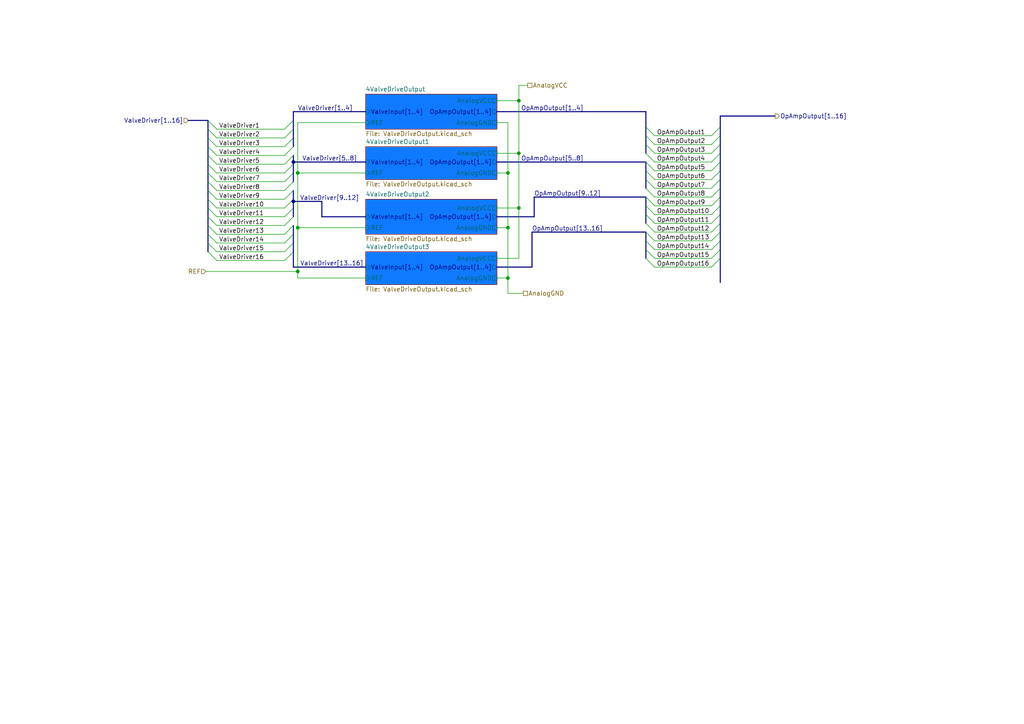
<source format=kicad_sch>
(kicad_sch
	(version 20231120)
	(generator "eeschema")
	(generator_version "8.0")
	(uuid "effbba7b-b1f0-4d0d-a8cb-eecb9aa359e6")
	(paper "A4")
	(lib_symbols)
	(junction
		(at 85.09 58.42)
		(diameter 0)
		(color 0 0 0 0)
		(uuid "38ca3c38-2528-411f-b3f5-f63470336405")
	)
	(junction
		(at 147.32 50.165)
		(diameter 0)
		(color 0 0 0 0)
		(uuid "4425aaa3-d168-42c1-8a17-de278e00e119")
	)
	(junction
		(at 86.36 50.165)
		(diameter 0)
		(color 0 0 0 0)
		(uuid "75bcb367-6ef2-4473-892b-34f4c5694666")
	)
	(junction
		(at 86.36 78.74)
		(diameter 0)
		(color 0 0 0 0)
		(uuid "7ec212b7-ec47-4e80-ba63-1ef5348a251e")
	)
	(junction
		(at 86.36 66.04)
		(diameter 0)
		(color 0 0 0 0)
		(uuid "9e55dd6a-310d-463c-a3a7-9d577b33c1cf")
	)
	(junction
		(at 150.495 60.325)
		(diameter 0)
		(color 0 0 0 0)
		(uuid "a1e91abc-66f6-48e9-a0a8-a62f13170fdf")
	)
	(junction
		(at 150.495 29.21)
		(diameter 0)
		(color 0 0 0 0)
		(uuid "aa404e35-ad00-49d1-bcc1-0dd9ae857ee5")
	)
	(junction
		(at 147.32 80.645)
		(diameter 0)
		(color 0 0 0 0)
		(uuid "b0bfc7f9-7767-4535-88bd-e68434aebcbc")
	)
	(junction
		(at 150.495 44.45)
		(diameter 0)
		(color 0 0 0 0)
		(uuid "bfee4869-a8b9-4b93-ae5b-df5fdd500fe6")
	)
	(junction
		(at 147.32 66.04)
		(diameter 0)
		(color 0 0 0 0)
		(uuid "e2010067-af1e-4882-a667-de005e2dc9f2")
	)
	(junction
		(at 85.09 46.99)
		(diameter 0)
		(color 0 0 0 0)
		(uuid "f9d34b10-798e-421a-97cc-ffff4dd887a7")
	)
	(bus_entry
		(at 206.375 64.77)
		(size 2.54 -2.54)
		(stroke
			(width 0)
			(type default)
		)
		(uuid "0048c919-3f34-45e3-828a-788182d98c4c")
	)
	(bus_entry
		(at 187.325 39.37)
		(size 2.54 2.54)
		(stroke
			(width 0)
			(type default)
		)
		(uuid "053bef70-fc8c-4d77-9597-d2818c9b1cb0")
	)
	(bus_entry
		(at 206.375 46.99)
		(size 2.54 -2.54)
		(stroke
			(width 0)
			(type default)
		)
		(uuid "099eb1f5-ebe8-46df-9659-d82e06679d79")
	)
	(bus_entry
		(at 206.375 77.47)
		(size 2.54 -2.54)
		(stroke
			(width 0)
			(type default)
		)
		(uuid "0d85bb18-4137-4be0-ac17-2177c5e0178b")
	)
	(bus_entry
		(at 60.325 55.245)
		(size 2.54 2.54)
		(stroke
			(width 0)
			(type default)
		)
		(uuid "0dda8665-0b19-439f-8fcd-7a2faf372673")
	)
	(bus_entry
		(at 82.55 40.005)
		(size 2.54 -2.54)
		(stroke
			(width 0)
			(type default)
		)
		(uuid "0fbcf09d-01c1-439e-ace3-6a883f6df2f5")
	)
	(bus_entry
		(at 60.325 42.545)
		(size 2.54 2.54)
		(stroke
			(width 0)
			(type default)
		)
		(uuid "0fd81f28-113e-4c6a-9aac-0adc9ee2f513")
	)
	(bus_entry
		(at 206.375 72.39)
		(size 2.54 -2.54)
		(stroke
			(width 0)
			(type default)
		)
		(uuid "10937b40-5dee-4cb6-90a6-065056d52b29")
	)
	(bus_entry
		(at 187.325 69.85)
		(size 2.54 2.54)
		(stroke
			(width 0)
			(type default)
		)
		(uuid "13379e92-faee-428c-a422-3b277a9cab0d")
	)
	(bus_entry
		(at 60.325 40.005)
		(size 2.54 2.54)
		(stroke
			(width 0)
			(type default)
		)
		(uuid "153c62f7-5e2f-4a7c-ad51-51759fcdf768")
	)
	(bus_entry
		(at 187.325 57.15)
		(size 2.54 2.54)
		(stroke
			(width 0)
			(type default)
		)
		(uuid "17d9d6c4-f422-4720-8c67-a5302e2985bc")
	)
	(bus_entry
		(at 206.375 49.53)
		(size 2.54 -2.54)
		(stroke
			(width 0)
			(type default)
		)
		(uuid "19df6d4d-958d-45fe-bffd-baeb9aa12792")
	)
	(bus_entry
		(at 82.55 50.165)
		(size 2.54 -2.54)
		(stroke
			(width 0)
			(type default)
		)
		(uuid "2043fa0f-ad78-4d60-ba9f-8e287e44fd1d")
	)
	(bus_entry
		(at 187.325 74.93)
		(size 2.54 2.54)
		(stroke
			(width 0)
			(type default)
		)
		(uuid "210ab7ac-e4b6-40ba-9535-3e9bc3a46b3c")
	)
	(bus_entry
		(at 82.55 62.865)
		(size 2.54 -2.54)
		(stroke
			(width 0)
			(type default)
		)
		(uuid "2c19ccd3-9846-4545-a350-c7d7d6d8af0a")
	)
	(bus_entry
		(at 187.325 72.39)
		(size 2.54 2.54)
		(stroke
			(width 0)
			(type default)
		)
		(uuid "3037a409-687f-45ba-90bc-fbcca8068f4b")
	)
	(bus_entry
		(at 187.325 64.77)
		(size 2.54 2.54)
		(stroke
			(width 0)
			(type default)
		)
		(uuid "3647cee6-646b-41f1-b5a6-4cf0069bfcb3")
	)
	(bus_entry
		(at 82.55 57.785)
		(size 2.54 -2.54)
		(stroke
			(width 0)
			(type default)
		)
		(uuid "41f0e7a5-c035-46d9-9114-2567f129af55")
	)
	(bus_entry
		(at 187.325 46.99)
		(size 2.54 2.54)
		(stroke
			(width 0)
			(type default)
		)
		(uuid "478269b4-6d5b-47e1-acc7-89b65c6b9644")
	)
	(bus_entry
		(at 82.55 60.325)
		(size 2.54 -2.54)
		(stroke
			(width 0)
			(type default)
		)
		(uuid "4b9b6f5d-f835-45a0-b345-82859178684a")
	)
	(bus_entry
		(at 187.325 67.31)
		(size 2.54 2.54)
		(stroke
			(width 0)
			(type default)
		)
		(uuid "4bb9e49e-0efb-4544-afc7-3509dc757600")
	)
	(bus_entry
		(at 60.325 60.325)
		(size 2.54 2.54)
		(stroke
			(width 0)
			(type default)
		)
		(uuid "4bbdf370-46c3-40f6-9583-3f7bb7a214ee")
	)
	(bus_entry
		(at 60.325 70.485)
		(size 2.54 2.54)
		(stroke
			(width 0)
			(type default)
		)
		(uuid "4bd8785d-a9d3-4977-b525-9fd925884d2a")
	)
	(bus_entry
		(at 82.55 52.705)
		(size 2.54 -2.54)
		(stroke
			(width 0)
			(type default)
		)
		(uuid "5193b760-9277-4cc0-9ad7-bb7e153e3fbf")
	)
	(bus_entry
		(at 60.325 45.085)
		(size 2.54 2.54)
		(stroke
			(width 0)
			(type default)
		)
		(uuid "530853ef-169c-4207-8ed3-9b18484803d3")
	)
	(bus_entry
		(at 82.55 37.465)
		(size 2.54 -2.54)
		(stroke
			(width 0)
			(type default)
		)
		(uuid "5387a63c-9111-4a31-b6fb-27c1de770b26")
	)
	(bus_entry
		(at 82.55 47.625)
		(size 2.54 -2.54)
		(stroke
			(width 0)
			(type default)
		)
		(uuid "55748f0d-2343-468a-a78a-6043c2d22144")
	)
	(bus_entry
		(at 206.375 57.15)
		(size 2.54 -2.54)
		(stroke
			(width 0)
			(type default)
		)
		(uuid "593b5b48-2623-4fd2-aa85-d4652d1fd55b")
	)
	(bus_entry
		(at 206.375 59.69)
		(size 2.54 -2.54)
		(stroke
			(width 0)
			(type default)
		)
		(uuid "5cafb2ca-cb21-4456-a0bb-fea0ca09d8fb")
	)
	(bus_entry
		(at 206.375 44.45)
		(size 2.54 -2.54)
		(stroke
			(width 0)
			(type default)
		)
		(uuid "5fac2292-3cdd-498d-b1d5-1fb4fef638c1")
	)
	(bus_entry
		(at 187.325 36.83)
		(size 2.54 2.54)
		(stroke
			(width 0)
			(type default)
		)
		(uuid "635bbec2-64e5-4a8d-8a63-724ad43e443a")
	)
	(bus_entry
		(at 82.55 65.405)
		(size 2.54 -2.54)
		(stroke
			(width 0)
			(type default)
		)
		(uuid "68e44b3e-3b25-451c-8f1a-b2a47cb4a35a")
	)
	(bus_entry
		(at 187.325 59.69)
		(size 2.54 2.54)
		(stroke
			(width 0)
			(type default)
		)
		(uuid "6b57545f-642a-4401-86de-e61898e6f658")
	)
	(bus_entry
		(at 82.55 67.945)
		(size 2.54 -2.54)
		(stroke
			(width 0)
			(type default)
		)
		(uuid "717a0fc0-9545-4c88-86c6-b439557fff99")
	)
	(bus_entry
		(at 187.325 49.53)
		(size 2.54 2.54)
		(stroke
			(width 0)
			(type default)
		)
		(uuid "73dcc95d-159b-43a7-a1e8-050ed83ff263")
	)
	(bus_entry
		(at 82.55 75.565)
		(size 2.54 -2.54)
		(stroke
			(width 0)
			(type default)
		)
		(uuid "7ad46883-a63e-49e7-b16a-237be5521c4b")
	)
	(bus_entry
		(at 60.325 50.165)
		(size 2.54 2.54)
		(stroke
			(width 0)
			(type default)
		)
		(uuid "8bedbb5f-204a-4609-9eb0-c8eab64cb19a")
	)
	(bus_entry
		(at 82.55 73.025)
		(size 2.54 -2.54)
		(stroke
			(width 0)
			(type default)
		)
		(uuid "94f4a72e-54e9-4b8b-9ec2-90d0c6a0dd3e")
	)
	(bus_entry
		(at 82.55 70.485)
		(size 2.54 -2.54)
		(stroke
			(width 0)
			(type default)
		)
		(uuid "985f555d-9d1f-4159-8f00-cb8d1673aec4")
	)
	(bus_entry
		(at 60.325 47.625)
		(size 2.54 2.54)
		(stroke
			(width 0)
			(type default)
		)
		(uuid "9a645637-4e4b-4670-9fd3-1b1907a12632")
	)
	(bus_entry
		(at 187.325 62.23)
		(size 2.54 2.54)
		(stroke
			(width 0)
			(type default)
		)
		(uuid "9d389e4d-6159-4fc2-ac6b-b032b9dc9781")
	)
	(bus_entry
		(at 206.375 54.61)
		(size 2.54 -2.54)
		(stroke
			(width 0)
			(type default)
		)
		(uuid "a113ac5d-777e-4a23-ba77-874b8d2ef9b1")
	)
	(bus_entry
		(at 187.325 52.07)
		(size 2.54 2.54)
		(stroke
			(width 0)
			(type default)
		)
		(uuid "a2ef1cbe-27ea-4439-9328-376804d12105")
	)
	(bus_entry
		(at 206.375 67.31)
		(size 2.54 -2.54)
		(stroke
			(width 0)
			(type default)
		)
		(uuid "a410699b-ab32-464e-b583-1566e57c8616")
	)
	(bus_entry
		(at 60.325 73.025)
		(size 2.54 2.54)
		(stroke
			(width 0)
			(type default)
		)
		(uuid "acf46b1d-63ee-4217-9244-8735a3770a1f")
	)
	(bus_entry
		(at 206.375 39.37)
		(size 2.54 -2.54)
		(stroke
			(width 0)
			(type default)
		)
		(uuid "ae2afb29-ae56-4565-8ec1-d331ea08420b")
	)
	(bus_entry
		(at 60.325 37.465)
		(size 2.54 2.54)
		(stroke
			(width 0)
			(type default)
		)
		(uuid "af04f48b-48eb-471e-bf99-d3c8d78ce6f9")
	)
	(bus_entry
		(at 60.325 34.925)
		(size 2.54 2.54)
		(stroke
			(width 0)
			(type default)
		)
		(uuid "b73dd09b-2159-4fb1-b86b-8b336327ddc1")
	)
	(bus_entry
		(at 187.325 54.61)
		(size 2.54 2.54)
		(stroke
			(width 0)
			(type default)
		)
		(uuid "b8ae2230-e6bd-4382-8596-002ca7f27d43")
	)
	(bus_entry
		(at 206.375 74.93)
		(size 2.54 -2.54)
		(stroke
			(width 0)
			(type default)
		)
		(uuid "c3a96f2a-a274-4e18-892c-3fea17d68b5c")
	)
	(bus_entry
		(at 187.325 44.45)
		(size 2.54 2.54)
		(stroke
			(width 0)
			(type default)
		)
		(uuid "c89a9eef-191a-435f-b25a-fafe4ccc7c96")
	)
	(bus_entry
		(at 60.325 65.405)
		(size 2.54 2.54)
		(stroke
			(width 0)
			(type default)
		)
		(uuid "ccc8b509-6d65-4e76-afdf-9c4260f489cd")
	)
	(bus_entry
		(at 206.375 41.91)
		(size 2.54 -2.54)
		(stroke
			(width 0)
			(type default)
		)
		(uuid "d014d567-08d3-47eb-b3ce-8e9649fb0366")
	)
	(bus_entry
		(at 187.325 41.91)
		(size 2.54 2.54)
		(stroke
			(width 0)
			(type default)
		)
		(uuid "d8f2b654-fc8f-49aa-abcf-4acae4729413")
	)
	(bus_entry
		(at 60.325 57.785)
		(size 2.54 2.54)
		(stroke
			(width 0)
			(type default)
		)
		(uuid "d9e5a9b5-0093-4544-bb71-643a865c4985")
	)
	(bus_entry
		(at 82.55 55.245)
		(size 2.54 -2.54)
		(stroke
			(width 0)
			(type default)
		)
		(uuid "db24f5c1-66b6-4b64-b6b2-2f689e367ee9")
	)
	(bus_entry
		(at 206.375 69.85)
		(size 2.54 -2.54)
		(stroke
			(width 0)
			(type default)
		)
		(uuid "e1233e6f-f784-4cb0-a49e-28260eeba0a5")
	)
	(bus_entry
		(at 206.375 52.07)
		(size 2.54 -2.54)
		(stroke
			(width 0)
			(type default)
		)
		(uuid "e9869812-652a-4fd6-b6c0-258c6e06745e")
	)
	(bus_entry
		(at 82.55 42.545)
		(size 2.54 -2.54)
		(stroke
			(width 0)
			(type default)
		)
		(uuid "eb5fc32f-634e-467f-b1c7-3ed718e56f17")
	)
	(bus_entry
		(at 60.325 52.705)
		(size 2.54 2.54)
		(stroke
			(width 0)
			(type default)
		)
		(uuid "ed13c1bf-ac5a-42aa-a9e4-2f5c1ff4504b")
	)
	(bus_entry
		(at 60.325 67.945)
		(size 2.54 2.54)
		(stroke
			(width 0)
			(type default)
		)
		(uuid "f2705f8f-665d-4707-a861-bc12ef09688f")
	)
	(bus_entry
		(at 82.55 45.085)
		(size 2.54 -2.54)
		(stroke
			(width 0)
			(type default)
		)
		(uuid "f7e4d384-9e76-4645-bfb6-b8fad06eb0d6")
	)
	(bus_entry
		(at 206.375 62.23)
		(size 2.54 -2.54)
		(stroke
			(width 0)
			(type default)
		)
		(uuid "fa34c730-a6f0-44c3-912f-3b2dd21eadc1")
	)
	(bus_entry
		(at 60.325 62.865)
		(size 2.54 2.54)
		(stroke
			(width 0)
			(type default)
		)
		(uuid "fd360f23-ac61-435f-b569-220f095d39b7")
	)
	(wire
		(pts
			(xy 189.865 62.23) (xy 206.375 62.23)
		)
		(stroke
			(width 0)
			(type default)
		)
		(uuid "0029b603-4ba3-4c1a-b2ac-871398d1a0e3")
	)
	(bus
		(pts
			(xy 187.325 41.91) (xy 187.325 44.45)
		)
		(stroke
			(width 0)
			(type default)
		)
		(uuid "01679cee-88c1-485d-b708-22a9e4c391ca")
	)
	(bus
		(pts
			(xy 85.09 70.485) (xy 85.09 73.025)
		)
		(stroke
			(width 0)
			(type default)
		)
		(uuid "0167f069-96aa-4571-b3c6-7656e441ddb0")
	)
	(bus
		(pts
			(xy 85.09 50.165) (xy 85.09 52.705)
		)
		(stroke
			(width 0)
			(type default)
		)
		(uuid "03ff2e03-374f-434b-98b2-a13eb56607e6")
	)
	(bus
		(pts
			(xy 85.09 67.945) (xy 85.09 70.485)
		)
		(stroke
			(width 0)
			(type default)
		)
		(uuid "0608d23c-98e4-44c8-8e91-df88be79a81b")
	)
	(wire
		(pts
			(xy 189.865 67.31) (xy 206.375 67.31)
		)
		(stroke
			(width 0)
			(type default)
		)
		(uuid "08a42f7f-30cc-4c12-a5b8-6299187d2a1b")
	)
	(wire
		(pts
			(xy 106.045 80.645) (xy 86.36 80.645)
		)
		(stroke
			(width 0)
			(type default)
		)
		(uuid "0b31b59c-f641-4251-846d-42eb9c3457df")
	)
	(wire
		(pts
			(xy 62.865 45.085) (xy 82.55 45.085)
		)
		(stroke
			(width 0)
			(type default)
		)
		(uuid "0e2fd03b-d9d1-4ba5-b457-b10213245fcd")
	)
	(wire
		(pts
			(xy 86.36 50.165) (xy 86.36 66.04)
		)
		(stroke
			(width 0)
			(type default)
		)
		(uuid "108a80ee-8bb5-4b85-a19b-5248eebb7773")
	)
	(wire
		(pts
			(xy 147.32 35.56) (xy 144.145 35.56)
		)
		(stroke
			(width 0)
			(type default)
		)
		(uuid "10935df1-5644-49c7-904b-1be93c0a67d5")
	)
	(bus
		(pts
			(xy 85.09 46.99) (xy 85.09 47.625)
		)
		(stroke
			(width 0)
			(type default)
		)
		(uuid "124f244b-ca84-4f6c-acce-e6130dda93c1")
	)
	(bus
		(pts
			(xy 85.09 45.085) (xy 85.09 46.99)
		)
		(stroke
			(width 0)
			(type default)
		)
		(uuid "14b88322-d3d1-4699-9ec7-bea1c3e74fb1")
	)
	(bus
		(pts
			(xy 60.325 37.465) (xy 60.325 40.005)
		)
		(stroke
			(width 0)
			(type default)
		)
		(uuid "1593ecd2-e682-42ab-a08a-aaeafc2d1358")
	)
	(wire
		(pts
			(xy 151.765 85.09) (xy 147.32 85.09)
		)
		(stroke
			(width 0)
			(type default)
		)
		(uuid "17fedc84-afc7-4cb9-9fe7-7cbfe0721768")
	)
	(bus
		(pts
			(xy 208.915 54.61) (xy 208.915 57.15)
		)
		(stroke
			(width 0)
			(type default)
		)
		(uuid "19e9842f-f55d-4d69-aa37-b84ec672f52b")
	)
	(bus
		(pts
			(xy 60.325 42.545) (xy 60.325 45.085)
		)
		(stroke
			(width 0)
			(type default)
		)
		(uuid "19faa5b2-f8f4-4a56-a688-24c57855dc9a")
	)
	(bus
		(pts
			(xy 208.915 44.45) (xy 208.915 46.99)
		)
		(stroke
			(width 0)
			(type default)
		)
		(uuid "1ab2936b-51c0-4a16-93c3-e0f59aafee58")
	)
	(wire
		(pts
			(xy 189.865 57.15) (xy 206.375 57.15)
		)
		(stroke
			(width 0)
			(type default)
		)
		(uuid "1bd18710-c8a2-4c90-9700-e2fde980c70b")
	)
	(bus
		(pts
			(xy 208.915 52.07) (xy 208.915 54.61)
		)
		(stroke
			(width 0)
			(type default)
		)
		(uuid "1ca971bf-61a9-4850-bf86-0c4397cd5d58")
	)
	(wire
		(pts
			(xy 62.865 52.705) (xy 82.55 52.705)
		)
		(stroke
			(width 0)
			(type default)
		)
		(uuid "1e5d602b-7152-41bc-8162-88c28519ee06")
	)
	(bus
		(pts
			(xy 208.915 36.83) (xy 208.915 39.37)
		)
		(stroke
			(width 0)
			(type default)
		)
		(uuid "2416e070-204d-4c4c-9f02-904f74ed72d5")
	)
	(wire
		(pts
			(xy 106.045 35.56) (xy 86.36 35.56)
		)
		(stroke
			(width 0)
			(type default)
		)
		(uuid "249caa72-9f28-471f-ba3f-28840abe3765")
	)
	(bus
		(pts
			(xy 187.325 52.07) (xy 187.325 54.61)
		)
		(stroke
			(width 0)
			(type default)
		)
		(uuid "254cb40f-c4c5-43a4-bd79-90a5da1257d8")
	)
	(wire
		(pts
			(xy 62.865 70.485) (xy 82.55 70.485)
		)
		(stroke
			(width 0)
			(type default)
		)
		(uuid "26cef27e-9222-41b4-bbc0-bf2479e1a109")
	)
	(bus
		(pts
			(xy 85.09 40.005) (xy 85.09 42.545)
		)
		(stroke
			(width 0)
			(type default)
		)
		(uuid "27694bc3-9bca-4af1-820a-3223a91d7af5")
	)
	(bus
		(pts
			(xy 85.09 58.42) (xy 85.09 60.325)
		)
		(stroke
			(width 0)
			(type default)
		)
		(uuid "296108e3-8e6d-4369-a761-3a5d8a3a962a")
	)
	(wire
		(pts
			(xy 189.865 39.37) (xy 206.375 39.37)
		)
		(stroke
			(width 0)
			(type default)
		)
		(uuid "2d1d31e9-70d5-4a3f-a622-19d83f317266")
	)
	(wire
		(pts
			(xy 189.865 52.07) (xy 206.375 52.07)
		)
		(stroke
			(width 0)
			(type default)
		)
		(uuid "2eedbb78-33f0-452e-b21a-53a4aef128ae")
	)
	(bus
		(pts
			(xy 208.915 49.53) (xy 208.915 52.07)
		)
		(stroke
			(width 0)
			(type default)
		)
		(uuid "2fdb086a-8747-48bd-a602-80b286f47392")
	)
	(bus
		(pts
			(xy 208.915 39.37) (xy 208.915 41.91)
		)
		(stroke
			(width 0)
			(type default)
		)
		(uuid "338013cc-4aa3-4083-8713-83c0035711d2")
	)
	(bus
		(pts
			(xy 154.305 67.31) (xy 187.325 67.31)
		)
		(stroke
			(width 0)
			(type default)
		)
		(uuid "36ba2f5d-7fcc-42d0-a8bf-1fabaf1dc8ca")
	)
	(wire
		(pts
			(xy 62.865 60.325) (xy 82.55 60.325)
		)
		(stroke
			(width 0)
			(type default)
		)
		(uuid "3853516c-2a9f-4e21-8035-d24ee3549970")
	)
	(bus
		(pts
			(xy 60.325 62.865) (xy 60.325 65.405)
		)
		(stroke
			(width 0)
			(type default)
		)
		(uuid "3b0cfcab-64c0-41f7-8786-3151f691aa29")
	)
	(wire
		(pts
			(xy 150.495 24.765) (xy 150.495 29.21)
		)
		(stroke
			(width 0)
			(type default)
		)
		(uuid "3b17d145-831f-4c3b-9038-e371406f09cb")
	)
	(bus
		(pts
			(xy 85.09 47.625) (xy 85.09 50.165)
		)
		(stroke
			(width 0)
			(type default)
		)
		(uuid "3f2f9cf5-99ad-45ca-b117-f78b7c4d8d82")
	)
	(bus
		(pts
			(xy 60.325 65.405) (xy 60.325 67.945)
		)
		(stroke
			(width 0)
			(type default)
		)
		(uuid "41e57433-5d6b-4f17-8ff7-078b0a51ecdf")
	)
	(bus
		(pts
			(xy 60.325 60.325) (xy 60.325 62.865)
		)
		(stroke
			(width 0)
			(type default)
		)
		(uuid "42d1eb68-7f28-43af-9e4b-f9c50401ffba")
	)
	(bus
		(pts
			(xy 60.325 52.705) (xy 60.325 55.245)
		)
		(stroke
			(width 0)
			(type default)
		)
		(uuid "47a5be48-c62d-4e0f-a6a8-17b72c6d2892")
	)
	(wire
		(pts
			(xy 189.865 77.47) (xy 206.375 77.47)
		)
		(stroke
			(width 0)
			(type default)
		)
		(uuid "4e627387-f79a-42e4-9dbd-c4e6a6cef68c")
	)
	(bus
		(pts
			(xy 187.325 36.83) (xy 187.325 39.37)
		)
		(stroke
			(width 0)
			(type default)
		)
		(uuid "50877671-0133-4a01-a3e0-fcb59d587b8b")
	)
	(wire
		(pts
			(xy 150.495 74.93) (xy 150.495 60.325)
		)
		(stroke
			(width 0)
			(type default)
		)
		(uuid "5192841e-78c5-413d-850b-f3f19ea0a458")
	)
	(bus
		(pts
			(xy 208.915 62.23) (xy 208.915 64.77)
		)
		(stroke
			(width 0)
			(type default)
		)
		(uuid "520036c1-d038-4348-9400-be4acda63c2f")
	)
	(bus
		(pts
			(xy 144.145 32.385) (xy 187.325 32.385)
		)
		(stroke
			(width 0)
			(type default)
		)
		(uuid "581804fb-a485-42fb-b995-2eac593eb7bf")
	)
	(wire
		(pts
			(xy 189.865 46.99) (xy 206.375 46.99)
		)
		(stroke
			(width 0)
			(type default)
		)
		(uuid "58d19da3-0906-4559-b23b-3a5281d19138")
	)
	(bus
		(pts
			(xy 60.325 47.625) (xy 60.325 50.165)
		)
		(stroke
			(width 0)
			(type default)
		)
		(uuid "61b8ad5c-238e-41ba-b88c-b21f4680b0c1")
	)
	(wire
		(pts
			(xy 106.045 66.04) (xy 86.36 66.04)
		)
		(stroke
			(width 0)
			(type default)
		)
		(uuid "61ec272e-9a9a-44eb-b787-d5330b4d433f")
	)
	(wire
		(pts
			(xy 62.865 62.865) (xy 82.55 62.865)
		)
		(stroke
			(width 0)
			(type default)
		)
		(uuid "623a144a-9e19-46a8-a413-49a35039e99c")
	)
	(bus
		(pts
			(xy 187.325 69.85) (xy 187.325 72.39)
		)
		(stroke
			(width 0)
			(type default)
		)
		(uuid "62ada640-3d67-4c3b-9c47-5cb517f8e6ae")
	)
	(wire
		(pts
			(xy 150.495 44.45) (xy 150.495 29.21)
		)
		(stroke
			(width 0)
			(type default)
		)
		(uuid "637447a6-fa93-45db-bf51-a35e3501abff")
	)
	(wire
		(pts
			(xy 62.865 47.625) (xy 82.55 47.625)
		)
		(stroke
			(width 0)
			(type default)
		)
		(uuid "63a1e5af-378a-40df-96e2-1fe5b71230d4")
	)
	(bus
		(pts
			(xy 60.325 67.945) (xy 60.325 70.485)
		)
		(stroke
			(width 0)
			(type default)
		)
		(uuid "63c7da5d-cee7-4301-83b5-550c5ddc6654")
	)
	(bus
		(pts
			(xy 60.325 55.245) (xy 60.325 57.785)
		)
		(stroke
			(width 0)
			(type default)
		)
		(uuid "666a9b2a-3ab8-4ad7-938a-92a222e7ec09")
	)
	(wire
		(pts
			(xy 86.36 35.56) (xy 86.36 50.165)
		)
		(stroke
			(width 0)
			(type default)
		)
		(uuid "66d865dc-d528-4729-8c4d-bb99154e5687")
	)
	(wire
		(pts
			(xy 144.145 50.165) (xy 147.32 50.165)
		)
		(stroke
			(width 0)
			(type default)
		)
		(uuid "695b233d-23f0-464d-a880-5a35580172e2")
	)
	(wire
		(pts
			(xy 189.865 72.39) (xy 206.375 72.39)
		)
		(stroke
			(width 0)
			(type default)
		)
		(uuid "6a912d87-6c5d-4abb-97c2-64872519ea5c")
	)
	(bus
		(pts
			(xy 187.325 39.37) (xy 187.325 41.91)
		)
		(stroke
			(width 0)
			(type default)
		)
		(uuid "6c9d78e4-c286-4c26-be93-e7b9abf183f4")
	)
	(bus
		(pts
			(xy 93.345 62.865) (xy 106.045 62.865)
		)
		(stroke
			(width 0)
			(type default)
		)
		(uuid "6e9a301a-4ec1-4a98-a020-a3ed10db51a6")
	)
	(bus
		(pts
			(xy 208.915 59.69) (xy 208.915 62.23)
		)
		(stroke
			(width 0)
			(type default)
		)
		(uuid "6fc06e6b-0f52-4bc8-8f82-6a1046a77603")
	)
	(wire
		(pts
			(xy 62.865 67.945) (xy 82.55 67.945)
		)
		(stroke
			(width 0)
			(type default)
		)
		(uuid "70471e80-d1a2-4dbd-b49c-33f0d12334c0")
	)
	(bus
		(pts
			(xy 144.145 46.99) (xy 187.325 46.99)
		)
		(stroke
			(width 0)
			(type default)
		)
		(uuid "729130d2-0d9d-4d9f-aa02-5e9272ba966b")
	)
	(bus
		(pts
			(xy 85.09 65.405) (xy 85.09 67.945)
		)
		(stroke
			(width 0)
			(type default)
		)
		(uuid "73dd161d-89fd-46d0-b993-753a9f8296b7")
	)
	(bus
		(pts
			(xy 154.94 62.865) (xy 144.145 62.865)
		)
		(stroke
			(width 0)
			(type default)
		)
		(uuid "7543f37a-280d-4f92-927d-78d950e9a6b7")
	)
	(bus
		(pts
			(xy 85.09 32.385) (xy 106.045 32.385)
		)
		(stroke
			(width 0)
			(type default)
		)
		(uuid "7925cd5c-ef81-42d8-8421-f627c0491bbe")
	)
	(bus
		(pts
			(xy 54.61 34.925) (xy 60.325 34.925)
		)
		(stroke
			(width 0)
			(type default)
		)
		(uuid "79842bf8-a914-4ab6-bf5d-a112e519a43b")
	)
	(bus
		(pts
			(xy 208.915 69.85) (xy 208.915 72.39)
		)
		(stroke
			(width 0)
			(type default)
		)
		(uuid "798cdb02-5246-41a8-9bfa-73e7cfd4163c")
	)
	(bus
		(pts
			(xy 85.09 77.47) (xy 106.045 77.47)
		)
		(stroke
			(width 0)
			(type default)
		)
		(uuid "7a95a730-de15-40a5-853c-8dd07ea1d3fa")
	)
	(wire
		(pts
			(xy 62.865 57.785) (xy 82.55 57.785)
		)
		(stroke
			(width 0)
			(type default)
		)
		(uuid "7b950d60-93d8-42f1-95ea-2fa63e9808c9")
	)
	(wire
		(pts
			(xy 62.865 40.005) (xy 82.55 40.005)
		)
		(stroke
			(width 0)
			(type default)
		)
		(uuid "7ba71ac2-27be-4014-bcc7-8b89b182f2cc")
	)
	(wire
		(pts
			(xy 147.32 66.04) (xy 147.32 80.645)
		)
		(stroke
			(width 0)
			(type default)
		)
		(uuid "7d2f1fd2-bd59-4f1d-b5e7-cd87860a1171")
	)
	(bus
		(pts
			(xy 154.305 77.47) (xy 144.145 77.47)
		)
		(stroke
			(width 0)
			(type default)
		)
		(uuid "81a9c24d-88cb-4743-8f2e-072856a902a7")
	)
	(wire
		(pts
			(xy 62.865 42.545) (xy 82.55 42.545)
		)
		(stroke
			(width 0)
			(type default)
		)
		(uuid "86a15d41-12b5-462a-8ddf-06123a7c231a")
	)
	(wire
		(pts
			(xy 86.36 66.04) (xy 86.36 78.74)
		)
		(stroke
			(width 0)
			(type default)
		)
		(uuid "88e87a96-627f-4769-9d96-73fee1092683")
	)
	(wire
		(pts
			(xy 62.865 73.025) (xy 82.55 73.025)
		)
		(stroke
			(width 0)
			(type default)
		)
		(uuid "8aee6455-4a32-4345-b877-e5ffa3f289dd")
	)
	(bus
		(pts
			(xy 187.325 32.385) (xy 187.325 36.83)
		)
		(stroke
			(width 0)
			(type default)
		)
		(uuid "8cb2034e-9375-4100-ab1f-d7650cc03e11")
	)
	(bus
		(pts
			(xy 85.09 37.465) (xy 85.09 40.005)
		)
		(stroke
			(width 0)
			(type default)
		)
		(uuid "8ce90935-64db-467d-b7fe-1c5e0d697ac5")
	)
	(bus
		(pts
			(xy 208.915 41.91) (xy 208.915 44.45)
		)
		(stroke
			(width 0)
			(type default)
		)
		(uuid "8e502929-75b6-4454-a53c-8e74ea535044")
	)
	(bus
		(pts
			(xy 60.325 70.485) (xy 60.325 73.025)
		)
		(stroke
			(width 0)
			(type default)
		)
		(uuid "9197bcdf-e483-4043-b158-9e2563bb6fb8")
	)
	(bus
		(pts
			(xy 187.325 62.23) (xy 187.325 64.77)
		)
		(stroke
			(width 0)
			(type default)
		)
		(uuid "921215f5-050f-4465-84b2-b972d2cb355d")
	)
	(wire
		(pts
			(xy 62.865 75.565) (xy 82.55 75.565)
		)
		(stroke
			(width 0)
			(type default)
		)
		(uuid "925f1897-a68b-4dcb-a77f-f1cbf708d1d7")
	)
	(wire
		(pts
			(xy 147.32 50.165) (xy 147.32 66.04)
		)
		(stroke
			(width 0)
			(type default)
		)
		(uuid "92fb7f19-77ef-4392-bb34-48b01ea1a5a5")
	)
	(bus
		(pts
			(xy 208.915 57.15) (xy 208.915 59.69)
		)
		(stroke
			(width 0)
			(type default)
		)
		(uuid "9301f551-fc8e-4b75-b65b-34c4af25a70a")
	)
	(wire
		(pts
			(xy 153.035 24.765) (xy 150.495 24.765)
		)
		(stroke
			(width 0)
			(type default)
		)
		(uuid "96d1d8c2-f764-4549-896f-0141326e2ccc")
	)
	(wire
		(pts
			(xy 189.865 59.69) (xy 206.375 59.69)
		)
		(stroke
			(width 0)
			(type default)
		)
		(uuid "9a26abb5-1420-4282-8d0b-3a6361a26d78")
	)
	(wire
		(pts
			(xy 189.865 49.53) (xy 206.375 49.53)
		)
		(stroke
			(width 0)
			(type default)
		)
		(uuid "9aa1acca-c7f6-47f8-a3a2-be89a6ccd951")
	)
	(bus
		(pts
			(xy 208.915 33.655) (xy 224.79 33.655)
		)
		(stroke
			(width 0)
			(type default)
		)
		(uuid "9aba6317-502d-4ff3-94d2-08e709a357b1")
	)
	(wire
		(pts
			(xy 150.495 60.325) (xy 150.495 44.45)
		)
		(stroke
			(width 0)
			(type default)
		)
		(uuid "9ead0fdf-380c-4b20-8731-9ab5b752ffd4")
	)
	(wire
		(pts
			(xy 147.32 35.56) (xy 147.32 50.165)
		)
		(stroke
			(width 0)
			(type default)
		)
		(uuid "a46f3af4-d2ad-47bb-b065-3c5712b62d88")
	)
	(bus
		(pts
			(xy 187.325 67.31) (xy 187.325 69.85)
		)
		(stroke
			(width 0)
			(type default)
		)
		(uuid "a8006b04-8e1c-4c74-986c-058e6613d217")
	)
	(wire
		(pts
			(xy 62.865 50.165) (xy 82.55 50.165)
		)
		(stroke
			(width 0)
			(type default)
		)
		(uuid "a869eedf-7b80-4ab9-aa60-42d1f119732f")
	)
	(bus
		(pts
			(xy 208.915 33.655) (xy 208.915 36.83)
		)
		(stroke
			(width 0)
			(type default)
		)
		(uuid "aa25c8cf-4ef2-4334-b1dd-1e327a2359ca")
	)
	(bus
		(pts
			(xy 60.325 45.085) (xy 60.325 47.625)
		)
		(stroke
			(width 0)
			(type default)
		)
		(uuid "ab091219-ed87-45f2-a390-329b4ac664b8")
	)
	(wire
		(pts
			(xy 189.865 69.85) (xy 206.375 69.85)
		)
		(stroke
			(width 0)
			(type default)
		)
		(uuid "ab1296f2-f3ca-42cc-984e-053039ae54a1")
	)
	(bus
		(pts
			(xy 187.325 72.39) (xy 187.325 74.93)
		)
		(stroke
			(width 0)
			(type default)
		)
		(uuid "adf98898-ef00-41b5-a3dd-44503b89db40")
	)
	(wire
		(pts
			(xy 189.865 41.91) (xy 206.375 41.91)
		)
		(stroke
			(width 0)
			(type default)
		)
		(uuid "af3badbc-711e-4d7c-857f-ad1b88ca5906")
	)
	(bus
		(pts
			(xy 208.915 72.39) (xy 208.915 74.93)
		)
		(stroke
			(width 0)
			(type default)
		)
		(uuid "af56b063-05c4-4918-b442-d74f9e43badf")
	)
	(bus
		(pts
			(xy 85.09 32.385) (xy 85.09 34.925)
		)
		(stroke
			(width 0)
			(type default)
		)
		(uuid "af6cc362-8afa-4329-a268-732356d13011")
	)
	(bus
		(pts
			(xy 85.09 60.325) (xy 85.09 62.865)
		)
		(stroke
			(width 0)
			(type default)
		)
		(uuid "afb6d58c-4ef9-496f-b512-e0016e3d3d22")
	)
	(wire
		(pts
			(xy 189.865 74.93) (xy 206.375 74.93)
		)
		(stroke
			(width 0)
			(type default)
		)
		(uuid "b106e1c4-8534-411a-891a-fececf60c1c8")
	)
	(bus
		(pts
			(xy 154.305 67.31) (xy 154.305 77.47)
		)
		(stroke
			(width 0)
			(type default)
		)
		(uuid "b13ee3b0-6c50-4c02-81d3-f4c6f893afc8")
	)
	(bus
		(pts
			(xy 60.325 34.925) (xy 60.325 37.465)
		)
		(stroke
			(width 0)
			(type default)
		)
		(uuid "b296e33e-0263-489b-853e-e83068ecea4c")
	)
	(bus
		(pts
			(xy 208.915 46.99) (xy 208.915 49.53)
		)
		(stroke
			(width 0)
			(type default)
		)
		(uuid "b6a23737-c5b5-4e85-9933-2ada70590e2b")
	)
	(bus
		(pts
			(xy 208.915 74.93) (xy 208.915 81.915)
		)
		(stroke
			(width 0)
			(type default)
		)
		(uuid "b9946b8c-4124-4210-b55a-c1e78e37617e")
	)
	(bus
		(pts
			(xy 60.325 50.165) (xy 60.325 52.705)
		)
		(stroke
			(width 0)
			(type default)
		)
		(uuid "ba740b80-7722-48de-b536-9ad60aef7235")
	)
	(bus
		(pts
			(xy 208.915 67.31) (xy 208.915 69.85)
		)
		(stroke
			(width 0)
			(type default)
		)
		(uuid "bc7201c8-f975-482d-ba45-83414ba65953")
	)
	(wire
		(pts
			(xy 189.865 44.45) (xy 206.375 44.45)
		)
		(stroke
			(width 0)
			(type default)
		)
		(uuid "bdc19e9d-3dce-412f-b96a-5c3df732dc1b")
	)
	(bus
		(pts
			(xy 60.325 57.785) (xy 60.325 60.325)
		)
		(stroke
			(width 0)
			(type default)
		)
		(uuid "c17badf6-0756-41f8-834a-f9f3c62ed6b5")
	)
	(bus
		(pts
			(xy 85.09 55.245) (xy 85.09 57.785)
		)
		(stroke
			(width 0)
			(type default)
		)
		(uuid "c1b2c9d4-ab52-44f7-86cf-ccc56b467cfc")
	)
	(bus
		(pts
			(xy 187.325 49.53) (xy 187.325 52.07)
		)
		(stroke
			(width 0)
			(type default)
		)
		(uuid "c43d1c74-3e7d-4d99-8c9c-9cf4edf269ae")
	)
	(wire
		(pts
			(xy 86.36 80.645) (xy 86.36 78.74)
		)
		(stroke
			(width 0)
			(type default)
		)
		(uuid "c4d1d7ff-fcf9-4304-aea7-944b5717ec0c")
	)
	(bus
		(pts
			(xy 154.94 57.15) (xy 187.325 57.15)
		)
		(stroke
			(width 0)
			(type default)
		)
		(uuid "c7247f90-7953-47d7-8bc9-d3cb9fdb3294")
	)
	(bus
		(pts
			(xy 208.915 64.77) (xy 208.915 67.31)
		)
		(stroke
			(width 0)
			(type default)
		)
		(uuid "cafc109e-361b-49b8-90bc-05bbb33a2bb1")
	)
	(wire
		(pts
			(xy 59.69 78.74) (xy 86.36 78.74)
		)
		(stroke
			(width 0)
			(type default)
		)
		(uuid "cda96cfe-96cb-468e-9c75-40e26bd58fd6")
	)
	(wire
		(pts
			(xy 144.145 74.93) (xy 150.495 74.93)
		)
		(stroke
			(width 0)
			(type default)
		)
		(uuid "cebf5d9b-8dd3-4ba1-91c5-9da0501c33a1")
	)
	(bus
		(pts
			(xy 85.09 34.925) (xy 85.09 37.465)
		)
		(stroke
			(width 0)
			(type default)
		)
		(uuid "d430c19d-c567-49a0-8c83-6d1216ab1472")
	)
	(wire
		(pts
			(xy 144.145 44.45) (xy 150.495 44.45)
		)
		(stroke
			(width 0)
			(type default)
		)
		(uuid "d81c8164-10f3-44d2-95f4-4a2b40a55218")
	)
	(bus
		(pts
			(xy 187.325 59.69) (xy 187.325 62.23)
		)
		(stroke
			(width 0)
			(type default)
		)
		(uuid "d910b2bb-075a-44e2-8f61-90b59451d603")
	)
	(wire
		(pts
			(xy 62.865 55.245) (xy 82.55 55.245)
		)
		(stroke
			(width 0)
			(type default)
		)
		(uuid "d97eb18f-029f-4a88-b3bb-178ffda8599f")
	)
	(wire
		(pts
			(xy 189.865 64.77) (xy 206.375 64.77)
		)
		(stroke
			(width 0)
			(type default)
		)
		(uuid "da6c65f4-4f8f-4b0e-aba5-ab5c7b73c154")
	)
	(wire
		(pts
			(xy 150.495 29.21) (xy 144.145 29.21)
		)
		(stroke
			(width 0)
			(type default)
		)
		(uuid "ddb76c80-78db-420f-9d6a-92338d918b8d")
	)
	(bus
		(pts
			(xy 85.09 46.99) (xy 106.045 46.99)
		)
		(stroke
			(width 0)
			(type default)
		)
		(uuid "e3316dce-6648-47c8-bb46-8be27c6f86db")
	)
	(wire
		(pts
			(xy 144.145 80.645) (xy 147.32 80.645)
		)
		(stroke
			(width 0)
			(type default)
		)
		(uuid "e5e840d9-4374-4895-b839-4ef9d466b70f")
	)
	(wire
		(pts
			(xy 189.865 54.61) (xy 206.375 54.61)
		)
		(stroke
			(width 0)
			(type default)
		)
		(uuid "e6e83946-29f7-47e7-a9bc-a0d480d7bbed")
	)
	(wire
		(pts
			(xy 147.32 85.09) (xy 147.32 80.645)
		)
		(stroke
			(width 0)
			(type default)
		)
		(uuid "ea98c2e2-2ce1-49f2-ad29-914fbdc41d30")
	)
	(bus
		(pts
			(xy 85.09 58.42) (xy 93.345 58.42)
		)
		(stroke
			(width 0)
			(type default)
		)
		(uuid "eb165cf6-33d6-47d7-a712-2b5d1080d82b")
	)
	(bus
		(pts
			(xy 60.325 40.005) (xy 60.325 42.545)
		)
		(stroke
			(width 0)
			(type default)
		)
		(uuid "ec3dfe11-8278-4a39-8fa2-67a7b6a12018")
	)
	(bus
		(pts
			(xy 85.09 57.785) (xy 85.09 58.42)
		)
		(stroke
			(width 0)
			(type default)
		)
		(uuid "f24eb6bd-770b-432b-853a-9150a06bfd0b")
	)
	(bus
		(pts
			(xy 187.325 57.15) (xy 187.325 59.69)
		)
		(stroke
			(width 0)
			(type default)
		)
		(uuid "f28049c5-9ef3-486a-8b20-d8b8606e1e08")
	)
	(bus
		(pts
			(xy 93.345 58.42) (xy 93.345 62.865)
		)
		(stroke
			(width 0)
			(type default)
		)
		(uuid "f384cbb4-d1b9-4ff8-97b7-372c957de249")
	)
	(wire
		(pts
			(xy 62.865 37.465) (xy 82.55 37.465)
		)
		(stroke
			(width 0)
			(type default)
		)
		(uuid "f8a1d181-3802-4eeb-8cdb-bbad998f0b84")
	)
	(wire
		(pts
			(xy 144.145 66.04) (xy 147.32 66.04)
		)
		(stroke
			(width 0)
			(type default)
		)
		(uuid "f9169e01-cd42-48fa-80ae-f0cbbcee1521")
	)
	(wire
		(pts
			(xy 62.865 65.405) (xy 82.55 65.405)
		)
		(stroke
			(width 0)
			(type default)
		)
		(uuid "f9bfbd3f-df9a-40de-9332-d1f61265f897")
	)
	(bus
		(pts
			(xy 187.325 46.99) (xy 187.325 49.53)
		)
		(stroke
			(width 0)
			(type default)
		)
		(uuid "fb556c5d-c0d9-456e-9db0-7ea4e4a454ec")
	)
	(bus
		(pts
			(xy 154.94 57.15) (xy 154.94 62.865)
		)
		(stroke
			(width 0)
			(type default)
		)
		(uuid "fd0dcb9d-97a6-43f5-a1d9-9b5c21ff20cd")
	)
	(wire
		(pts
			(xy 106.045 50.165) (xy 86.36 50.165)
		)
		(stroke
			(width 0)
			(type default)
		)
		(uuid "fdadaeb1-348d-4c52-847f-694eaad16435")
	)
	(bus
		(pts
			(xy 85.09 73.025) (xy 85.09 77.47)
		)
		(stroke
			(width 0)
			(type default)
		)
		(uuid "fe985c2a-af8a-4acf-808a-358945466cb6")
	)
	(wire
		(pts
			(xy 144.145 60.325) (xy 150.495 60.325)
		)
		(stroke
			(width 0)
			(type default)
		)
		(uuid "ff9d5b29-f4ab-4f32-add2-a625e9e0a64b")
	)
	(label "OpAmpOutput3"
		(at 190.5 44.45 0)
		(fields_autoplaced yes)
		(effects
			(font
				(size 1.27 1.27)
			)
			(justify left bottom)
		)
		(uuid "01312d35-5c80-4c6f-ae31-861ab439fde8")
	)
	(label "OpAmpOutput14"
		(at 190.5 72.39 0)
		(fields_autoplaced yes)
		(effects
			(font
				(size 1.27 1.27)
			)
			(justify left bottom)
		)
		(uuid "01cee0ce-d68b-462e-9d01-eac0cb32bb98")
	)
	(label "OpAmpOutput13"
		(at 190.5 69.85 0)
		(fields_autoplaced yes)
		(effects
			(font
				(size 1.27 1.27)
			)
			(justify left bottom)
		)
		(uuid "04d13c29-2c71-479a-89b6-c35713c59154")
	)
	(label "ValveDriver[1..4]"
		(at 86.36 32.385 0)
		(fields_autoplaced yes)
		(effects
			(font
				(size 1.27 1.27)
			)
			(justify left bottom)
		)
		(uuid "08a6252a-bfdc-4145-9783-b76560b4b120")
	)
	(label "OpAmpOutput7"
		(at 190.5 54.61 0)
		(fields_autoplaced yes)
		(effects
			(font
				(size 1.27 1.27)
			)
			(justify left bottom)
		)
		(uuid "1063c676-f44a-41a0-8377-9548b043006a")
	)
	(label "ValveDriver4"
		(at 63.5 45.085 0)
		(fields_autoplaced yes)
		(effects
			(font
				(size 1.27 1.27)
			)
			(justify left bottom)
		)
		(uuid "2b07a12b-2744-489c-a606-7da916fd4c74")
	)
	(label "ValveDriver6"
		(at 63.5 50.165 0)
		(fields_autoplaced yes)
		(effects
			(font
				(size 1.27 1.27)
			)
			(justify left bottom)
		)
		(uuid "2cd154ea-5ba0-497f-87e7-671191777ff1")
	)
	(label "OpAmpOutput9"
		(at 190.5 59.69 0)
		(fields_autoplaced yes)
		(effects
			(font
				(size 1.27 1.27)
			)
			(justify left bottom)
		)
		(uuid "30d9f804-5293-4f99-9401-2a074ba85160")
	)
	(label "ValveDriver5"
		(at 63.5 47.625 0)
		(fields_autoplaced yes)
		(effects
			(font
				(size 1.27 1.27)
			)
			(justify left bottom)
		)
		(uuid "3ce67156-5ba4-4b5d-9144-b25641b8497d")
	)
	(label "OpAmpOutput6"
		(at 190.5 52.07 0)
		(fields_autoplaced yes)
		(effects
			(font
				(size 1.27 1.27)
			)
			(justify left bottom)
		)
		(uuid "3ed77291-76fc-43a2-9f54-b6eeecbbe336")
	)
	(label "ValveDriver11"
		(at 63.5 62.865 0)
		(fields_autoplaced yes)
		(effects
			(font
				(size 1.27 1.27)
			)
			(justify left bottom)
		)
		(uuid "4390ca3b-e0d6-4aff-aa45-b007169582be")
	)
	(label "OpAmpOutput[9..12]"
		(at 154.94 57.15 0)
		(fields_autoplaced yes)
		(effects
			(font
				(size 1.27 1.27)
			)
			(justify left bottom)
		)
		(uuid "4f8ccda6-d9ae-4d0d-aa9a-4f07f46d5c2a")
	)
	(label "ValveDriver9"
		(at 63.5 57.785 0)
		(fields_autoplaced yes)
		(effects
			(font
				(size 1.27 1.27)
			)
			(justify left bottom)
		)
		(uuid "5abc3152-e9e2-4acb-839a-53a8cb759e8f")
	)
	(label "OpAmpOutput15"
		(at 190.5 74.93 0)
		(fields_autoplaced yes)
		(effects
			(font
				(size 1.27 1.27)
			)
			(justify left bottom)
		)
		(uuid "6128565b-1555-4657-beb7-6e7c3cc438cb")
	)
	(label "ValveDriver13"
		(at 63.5 67.945 0)
		(fields_autoplaced yes)
		(effects
			(font
				(size 1.27 1.27)
			)
			(justify left bottom)
		)
		(uuid "6dc0200b-3da0-4854-a3a0-38abffc1d43a")
	)
	(label "OpAmpOutput16"
		(at 190.5 77.47 0)
		(fields_autoplaced yes)
		(effects
			(font
				(size 1.27 1.27)
			)
			(justify left bottom)
		)
		(uuid "7220b626-c8f2-4807-b947-495f0700e8a9")
	)
	(label "ValveDriver1"
		(at 63.5 37.465 0)
		(fields_autoplaced yes)
		(effects
			(font
				(size 1.27 1.27)
			)
			(justify left bottom)
		)
		(uuid "83f422ac-5454-4392-8d76-031a94ed392e")
	)
	(label "OpAmpOutput[5..8]"
		(at 151.13 46.99 0)
		(fields_autoplaced yes)
		(effects
			(font
				(size 1.27 1.27)
			)
			(justify left bottom)
		)
		(uuid "8682fd7f-a9fe-41d8-b1f7-1103457c2c14")
	)
	(label "ValveDriver[13..16]"
		(at 87.0509 77.4106 0)
		(fields_autoplaced yes)
		(effects
			(font
				(size 1.27 1.27)
			)
			(justify left bottom)
		)
		(uuid "8c095b49-dfd3-499f-918d-5bd3c1fd57e8")
	)
	(label "OpAmpOutput1"
		(at 190.5 39.37 0)
		(fields_autoplaced yes)
		(effects
			(font
				(size 1.27 1.27)
			)
			(justify left bottom)
		)
		(uuid "8ccd33d7-0516-448b-90f1-cb07bd3e3ab6")
	)
	(label "OpAmpOutput5"
		(at 190.5 49.53 0)
		(fields_autoplaced yes)
		(effects
			(font
				(size 1.27 1.27)
			)
			(justify left bottom)
		)
		(uuid "8d0a4121-eb59-40f9-b2f5-f8c481e90ff8")
	)
	(label "ValveDriver3"
		(at 63.5 42.545 0)
		(fields_autoplaced yes)
		(effects
			(font
				(size 1.27 1.27)
			)
			(justify left bottom)
		)
		(uuid "8da51da7-a7c0-4b9e-bdbd-c57036cb4fb4")
	)
	(label "OpAmpOutput[1..4]"
		(at 151.13 32.385 0)
		(fields_autoplaced yes)
		(effects
			(font
				(size 1.27 1.27)
			)
			(justify left bottom)
		)
		(uuid "91aee0a8-c0bc-4976-b2cd-481b30421d4b")
	)
	(label "ValveDriver7"
		(at 63.5 52.705 0)
		(fields_autoplaced yes)
		(effects
			(font
				(size 1.27 1.27)
			)
			(justify left bottom)
		)
		(uuid "9d2f3188-7a05-47a2-a703-f1ae28c90d7b")
	)
	(label "ValveDriver[9..12]"
		(at 86.995 58.42 0)
		(fields_autoplaced yes)
		(effects
			(font
				(size 1.27 1.27)
			)
			(justify left bottom)
		)
		(uuid "a2599283-c103-42df-bed6-3f2e5e876d08")
	)
	(label "ValveDriver[5..8]"
		(at 87.63 46.99 0)
		(fields_autoplaced yes)
		(effects
			(font
				(size 1.27 1.27)
			)
			(justify left bottom)
		)
		(uuid "a632c8d5-0da0-4ca5-a8f1-5ff7a4e68854")
	)
	(label "OpAmpOutput11"
		(at 190.5 64.77 0)
		(fields_autoplaced yes)
		(effects
			(font
				(size 1.27 1.27)
			)
			(justify left bottom)
		)
		(uuid "ad2fa182-4d5d-4958-acf5-69c1d93a8504")
	)
	(label "ValveDriver14"
		(at 63.5 70.485 0)
		(fields_autoplaced yes)
		(effects
			(font
				(size 1.27 1.27)
			)
			(justify left bottom)
		)
		(uuid "b2c142a7-636b-44af-8fc5-87e6960e88aa")
	)
	(label "ValveDriver8"
		(at 63.5 55.245 0)
		(fields_autoplaced yes)
		(effects
			(font
				(size 1.27 1.27)
			)
			(justify left bottom)
		)
		(uuid "bb8e72d9-d3f6-4390-9642-638e9c02632c")
	)
	(label "OpAmpOutput8"
		(at 190.5 57.15 0)
		(fields_autoplaced yes)
		(effects
			(font
				(size 1.27 1.27)
			)
			(justify left bottom)
		)
		(uuid "bdecd710-b634-4580-a568-d61b9f38759b")
	)
	(label "ValveDriver16"
		(at 63.5 75.565 0)
		(fields_autoplaced yes)
		(effects
			(font
				(size 1.27 1.27)
			)
			(justify left bottom)
		)
		(uuid "c0d70b42-b38d-42bc-a8d0-1d52defd3b8d")
	)
	(label "OpAmpOutput[13..16]"
		(at 154.305 67.31 0)
		(fields_autoplaced yes)
		(effects
			(font
				(size 1.27 1.27)
			)
			(justify left bottom)
		)
		(uuid "c89269a3-5e78-4736-8504-f51b6ce11bee")
	)
	(label "OpAmpOutput10"
		(at 190.5 62.23 0)
		(fields_autoplaced yes)
		(effects
			(font
				(size 1.27 1.27)
			)
			(justify left bottom)
		)
		(uuid "d362ba62-b057-4c42-a6da-ed3cc6fc7288")
	)
	(label "OpAmpOutput2"
		(at 190.5 41.91 0)
		(fields_autoplaced yes)
		(effects
			(font
				(size 1.27 1.27)
			)
			(justify left bottom)
		)
		(uuid "da605a43-f3f3-4f54-a1d6-649bd46ef9dc")
	)
	(label "OpAmpOutput12"
		(at 190.5 67.31 0)
		(fields_autoplaced yes)
		(effects
			(font
				(size 1.27 1.27)
			)
			(justify left bottom)
		)
		(uuid "e2294d8a-ae39-4c62-a6a4-2dc12d66bced")
	)
	(label "ValveDriver12"
		(at 63.5 65.405 0)
		(fields_autoplaced yes)
		(effects
			(font
				(size 1.27 1.27)
			)
			(justify left bottom)
		)
		(uuid "e8e09f1e-27bc-4756-9e61-16251fb16ef4")
	)
	(label "OpAmpOutput4"
		(at 190.5 46.99 0)
		(fields_autoplaced yes)
		(effects
			(font
				(size 1.27 1.27)
			)
			(justify left bottom)
		)
		(uuid "eee82698-59b8-4b22-8485-6414c6ff8960")
	)
	(label "ValveDriver2"
		(at 63.5 40.005 0)
		(fields_autoplaced yes)
		(effects
			(font
				(size 1.27 1.27)
			)
			(justify left bottom)
		)
		(uuid "f2383d1e-07b5-46e7-b7ff-253c15724944")
	)
	(label "ValveDriver10"
		(at 63.5 60.325 0)
		(fields_autoplaced yes)
		(effects
			(font
				(size 1.27 1.27)
			)
			(justify left bottom)
		)
		(uuid "f6829beb-bd96-4fb1-ba42-d317a8cc3f1d")
	)
	(label "ValveDriver15"
		(at 63.5 73.025 0)
		(fields_autoplaced yes)
		(effects
			(font
				(size 1.27 1.27)
			)
			(justify left bottom)
		)
		(uuid "fb044269-b296-45b6-b13d-8aaaf2be260e")
	)
	(hierarchical_label "AnalogVCC"
		(shape passive)
		(at 153.035 24.765 0)
		(fields_autoplaced yes)
		(effects
			(font
				(size 1.27 1.27)
			)
			(justify left)
		)
		(uuid "31ba938a-816d-47fe-9ed7-2056d0a2e483")
	)
	(hierarchical_label "OpAmpOutput[1..16]"
		(shape output)
		(at 224.79 33.655 0)
		(fields_autoplaced yes)
		(effects
			(font
				(size 1.27 1.27)
			)
			(justify left)
		)
		(uuid "4a9a8e35-1e52-41f7-9a6d-15c8cbd5d37a")
	)
	(hierarchical_label "ValveDriver[1..16]"
		(shape input)
		(at 54.61 34.925 180)
		(fields_autoplaced yes)
		(effects
			(font
				(size 1.27 1.27)
			)
			(justify right)
		)
		(uuid "87b74046-b968-4822-b0e1-90eb5df02f1b")
	)
	(hierarchical_label "AnalogGND"
		(shape passive)
		(at 151.765 85.09 0)
		(fields_autoplaced yes)
		(effects
			(font
				(size 1.27 1.27)
			)
			(justify left)
		)
		(uuid "88a1b766-af3a-4dda-8957-e531865dbe4d")
	)
	(hierarchical_label "REF"
		(shape input)
		(at 59.69 78.74 180)
		(fields_autoplaced yes)
		(effects
			(font
				(size 1.27 1.27)
			)
			(justify right)
		)
		(uuid "cc3b3e8f-85cb-4c82-8ec4-07cdbc45a180")
	)
	(sheet
		(at 106.045 27.305)
		(size 38.1 10.16)
		(fields_autoplaced yes)
		(stroke
			(width 0.1524)
			(type solid)
		)
		(fill
			(color 15 122 255 1.0000)
		)
		(uuid "0f07157a-883c-4ea4-935e-e968b282f133")
		(property "Sheetname" "4ValveDriveOutput"
			(at 106.045 26.5934 0)
			(effects
				(font
					(size 1.27 1.27)
				)
				(justify left bottom)
			)
		)
		(property "Sheetfile" "ValveDriveOutput.kicad_sch"
			(at 106.045 38.0496 0)
			(effects
				(font
					(size 1.27 1.27)
				)
				(justify left top)
			)
		)
		(pin "REF" input
			(at 106.045 35.56 180)
			(effects
				(font
					(size 1.27 1.27)
				)
				(justify left)
			)
			(uuid "503f6350-9f06-47a6-a675-5ba5394854b6")
		)
		(pin "ValveInput[1..4]" input
			(at 106.045 32.385 180)
			(effects
				(font
					(size 1.27 1.27)
				)
				(justify left)
			)
			(uuid "2cb3a8be-3791-4de4-ac49-a6250731b673")
		)
		(pin "OpAmpOutput[1..4]" output
			(at 144.145 32.385 0)
			(effects
				(font
					(size 1.27 1.27)
				)
				(justify right)
			)
			(uuid "a162b3ed-f305-4595-9108-4f82e193ca7d")
		)
		(pin "AnalogGND" passive
			(at 144.145 35.56 0)
			(effects
				(font
					(size 1.27 1.27)
				)
				(justify right)
			)
			(uuid "241b6cdb-0df9-43a7-80f9-2570838d924d")
		)
		(pin "AnalogVCC" passive
			(at 144.145 29.21 0)
			(effects
				(font
					(size 1.27 1.27)
				)
				(justify right)
			)
			(uuid "c0410485-ca5e-41b8-9821-6944be7a8794")
		)
		(instances
			(project "DongTamV2"
				(path "/2303d546-b88a-4ab0-aee1-26e3b32ac9d7/2c066284-8887-41f4-b61e-b40cb8a906fb"
					(page "12")
				)
			)
		)
	)
	(sheet
		(at 106.045 57.785)
		(size 38.1 10.16)
		(fields_autoplaced yes)
		(stroke
			(width 0.1524)
			(type solid)
		)
		(fill
			(color 15 122 255 1.0000)
		)
		(uuid "2f9aecb0-00e3-4033-a162-064bbf4c14dd")
		(property "Sheetname" "4ValveDriveOutput2"
			(at 106.045 57.0734 0)
			(effects
				(font
					(size 1.27 1.27)
				)
				(justify left bottom)
			)
		)
		(property "Sheetfile" "ValveDriveOutput.kicad_sch"
			(at 106.045 68.5296 0)
			(effects
				(font
					(size 1.27 1.27)
				)
				(justify left top)
			)
		)
		(pin "REF" input
			(at 106.045 66.04 180)
			(effects
				(font
					(size 1.27 1.27)
				)
				(justify left)
			)
			(uuid "957e9849-a94e-4094-81a4-3b9c3e78cda6")
		)
		(pin "ValveInput[1..4]" input
			(at 106.045 62.865 180)
			(effects
				(font
					(size 1.27 1.27)
				)
				(justify left)
			)
			(uuid "f823fdc6-c7d1-4429-9b6d-1c4f29ab7489")
		)
		(pin "OpAmpOutput[1..4]" output
			(at 144.145 62.865 0)
			(effects
				(font
					(size 1.27 1.27)
				)
				(justify right)
			)
			(uuid "f088bdb4-6907-4518-aa6b-ca7c51ee6e73")
		)
		(pin "AnalogGND" passive
			(at 144.145 66.04 0)
			(effects
				(font
					(size 1.27 1.27)
				)
				(justify right)
			)
			(uuid "f40ee7d0-8ab4-485a-9f15-d13b9fde4333")
		)
		(pin "AnalogVCC" passive
			(at 144.145 60.325 0)
			(effects
				(font
					(size 1.27 1.27)
				)
				(justify right)
			)
			(uuid "c498ae9e-1c03-4417-914e-23c4b52e4b58")
		)
		(instances
			(project "DongTamV2"
				(path "/2303d546-b88a-4ab0-aee1-26e3b32ac9d7/2c066284-8887-41f4-b61e-b40cb8a906fb"
					(page "15")
				)
			)
		)
	)
	(sheet
		(at 106.045 42.545)
		(size 38.1 9.525)
		(fields_autoplaced yes)
		(stroke
			(width 0.1524)
			(type solid)
		)
		(fill
			(color 15 122 255 1.0000)
		)
		(uuid "64421711-110b-460c-9945-866904db2698")
		(property "Sheetname" "4ValveDriveOutput1"
			(at 106.045 41.8334 0)
			(effects
				(font
					(size 1.27 1.27)
				)
				(justify left bottom)
			)
		)
		(property "Sheetfile" "ValveDriveOutput.kicad_sch"
			(at 106.045 52.6546 0)
			(effects
				(font
					(size 1.27 1.27)
				)
				(justify left top)
			)
		)
		(pin "REF" input
			(at 106.045 50.165 180)
			(effects
				(font
					(size 1.27 1.27)
				)
				(justify left)
			)
			(uuid "70c30b22-69c2-4538-ab9d-f1ed1c41eab2")
		)
		(pin "ValveInput[1..4]" input
			(at 106.045 46.99 180)
			(effects
				(font
					(size 1.27 1.27)
				)
				(justify left)
			)
			(uuid "db33d0dc-2bab-4955-b1ad-dacba15cc1e5")
		)
		(pin "OpAmpOutput[1..4]" output
			(at 144.145 46.99 0)
			(effects
				(font
					(size 1.27 1.27)
				)
				(justify right)
			)
			(uuid "71ea342e-90af-48ba-ac27-cc4fdd0cd72a")
		)
		(pin "AnalogGND" passive
			(at 144.145 50.165 0)
			(effects
				(font
					(size 1.27 1.27)
				)
				(justify right)
			)
			(uuid "dcc79be6-7d70-4d89-bf10-ac0140badf07")
		)
		(pin "AnalogVCC" passive
			(at 144.145 44.45 0)
			(effects
				(font
					(size 1.27 1.27)
				)
				(justify right)
			)
			(uuid "b2d23acf-eb5b-48ed-8c0c-4a729aa75742")
		)
		(instances
			(project "DongTamV2"
				(path "/2303d546-b88a-4ab0-aee1-26e3b32ac9d7/2c066284-8887-41f4-b61e-b40cb8a906fb"
					(page "14")
				)
			)
		)
	)
	(sheet
		(at 106.045 73.025)
		(size 38.1 9.525)
		(fields_autoplaced yes)
		(stroke
			(width 0.1524)
			(type solid)
		)
		(fill
			(color 15 122 255 1.0000)
		)
		(uuid "77ab04e0-ca17-45de-8f43-d4b5585142b1")
		(property "Sheetname" "4ValveDriveOutput3"
			(at 106.045 72.3134 0)
			(effects
				(font
					(size 1.27 1.27)
				)
				(justify left bottom)
			)
		)
		(property "Sheetfile" "ValveDriveOutput.kicad_sch"
			(at 106.045 83.1346 0)
			(effects
				(font
					(size 1.27 1.27)
				)
				(justify left top)
			)
		)
		(pin "REF" input
			(at 106.045 80.645 180)
			(effects
				(font
					(size 1.27 1.27)
				)
				(justify left)
			)
			(uuid "4cb1f60e-591f-4d25-9b55-4bf4ba78726a")
		)
		(pin "ValveInput[1..4]" input
			(at 106.045 77.47 180)
			(effects
				(font
					(size 1.27 1.27)
				)
				(justify left)
			)
			(uuid "8feb2243-2ea6-4a42-8af6-ed92aa9b7f07")
		)
		(pin "OpAmpOutput[1..4]" output
			(at 144.145 77.47 0)
			(effects
				(font
					(size 1.27 1.27)
				)
				(justify right)
			)
			(uuid "85edaa8e-7fa5-4c99-8fbc-14b0e4077184")
		)
		(pin "AnalogGND" passive
			(at 144.145 80.645 0)
			(effects
				(font
					(size 1.27 1.27)
				)
				(justify right)
			)
			(uuid "330ac6fe-5b08-4598-a278-3bbf13771ad6")
		)
		(pin "AnalogVCC" passive
			(at 144.145 74.93 0)
			(effects
				(font
					(size 1.27 1.27)
				)
				(justify right)
			)
			(uuid "e7293176-7af2-4663-80e3-c45c39b490f3")
		)
		(instances
			(project "DongTamV2"
				(path "/2303d546-b88a-4ab0-aee1-26e3b32ac9d7/2c066284-8887-41f4-b61e-b40cb8a906fb"
					(page "16")
				)
			)
		)
	)
)
</source>
